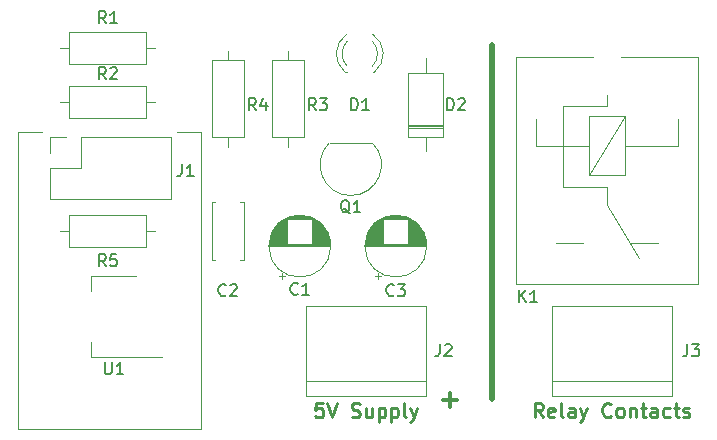
<source format=gto>
G04 #@! TF.GenerationSoftware,KiCad,Pcbnew,(5.1.6)-1*
G04 #@! TF.CreationDate,2020-10-10T20:49:59+03:00*
G04 #@! TF.ProjectId,eso,65736f2e-6b69-4636-9164-5f7063625858,rev?*
G04 #@! TF.SameCoordinates,Original*
G04 #@! TF.FileFunction,Legend,Top*
G04 #@! TF.FilePolarity,Positive*
%FSLAX46Y46*%
G04 Gerber Fmt 4.6, Leading zero omitted, Abs format (unit mm)*
G04 Created by KiCad (PCBNEW (5.1.6)-1) date 2020-10-10 20:49:59*
%MOMM*%
%LPD*%
G01*
G04 APERTURE LIST*
%ADD10C,0.300000*%
%ADD11C,0.500000*%
%ADD12C,0.250000*%
%ADD13C,0.120000*%
%ADD14C,0.160000*%
G04 APERTURE END LIST*
D10*
X112166476Y-100190285D02*
X113385523Y-100190285D01*
X112776000Y-100799809D02*
X112776000Y-99580761D01*
D11*
X116332000Y-70104000D02*
X116332000Y-100076000D01*
D12*
X120663428Y-101634857D02*
X120263428Y-101063428D01*
X119977714Y-101634857D02*
X119977714Y-100434857D01*
X120434857Y-100434857D01*
X120549142Y-100492000D01*
X120606285Y-100549142D01*
X120663428Y-100663428D01*
X120663428Y-100834857D01*
X120606285Y-100949142D01*
X120549142Y-101006285D01*
X120434857Y-101063428D01*
X119977714Y-101063428D01*
X121634857Y-101577714D02*
X121520571Y-101634857D01*
X121292000Y-101634857D01*
X121177714Y-101577714D01*
X121120571Y-101463428D01*
X121120571Y-101006285D01*
X121177714Y-100892000D01*
X121292000Y-100834857D01*
X121520571Y-100834857D01*
X121634857Y-100892000D01*
X121692000Y-101006285D01*
X121692000Y-101120571D01*
X121120571Y-101234857D01*
X122377714Y-101634857D02*
X122263428Y-101577714D01*
X122206285Y-101463428D01*
X122206285Y-100434857D01*
X123349142Y-101634857D02*
X123349142Y-101006285D01*
X123292000Y-100892000D01*
X123177714Y-100834857D01*
X122949142Y-100834857D01*
X122834857Y-100892000D01*
X123349142Y-101577714D02*
X123234857Y-101634857D01*
X122949142Y-101634857D01*
X122834857Y-101577714D01*
X122777714Y-101463428D01*
X122777714Y-101349142D01*
X122834857Y-101234857D01*
X122949142Y-101177714D01*
X123234857Y-101177714D01*
X123349142Y-101120571D01*
X123806285Y-100834857D02*
X124092000Y-101634857D01*
X124377714Y-100834857D02*
X124092000Y-101634857D01*
X123977714Y-101920571D01*
X123920571Y-101977714D01*
X123806285Y-102034857D01*
X126434857Y-101520571D02*
X126377714Y-101577714D01*
X126206285Y-101634857D01*
X126092000Y-101634857D01*
X125920571Y-101577714D01*
X125806285Y-101463428D01*
X125749142Y-101349142D01*
X125692000Y-101120571D01*
X125692000Y-100949142D01*
X125749142Y-100720571D01*
X125806285Y-100606285D01*
X125920571Y-100492000D01*
X126092000Y-100434857D01*
X126206285Y-100434857D01*
X126377714Y-100492000D01*
X126434857Y-100549142D01*
X127120571Y-101634857D02*
X127006285Y-101577714D01*
X126949142Y-101520571D01*
X126892000Y-101406285D01*
X126892000Y-101063428D01*
X126949142Y-100949142D01*
X127006285Y-100892000D01*
X127120571Y-100834857D01*
X127292000Y-100834857D01*
X127406285Y-100892000D01*
X127463428Y-100949142D01*
X127520571Y-101063428D01*
X127520571Y-101406285D01*
X127463428Y-101520571D01*
X127406285Y-101577714D01*
X127292000Y-101634857D01*
X127120571Y-101634857D01*
X128034857Y-100834857D02*
X128034857Y-101634857D01*
X128034857Y-100949142D02*
X128092000Y-100892000D01*
X128206285Y-100834857D01*
X128377714Y-100834857D01*
X128492000Y-100892000D01*
X128549142Y-101006285D01*
X128549142Y-101634857D01*
X128949142Y-100834857D02*
X129406285Y-100834857D01*
X129120571Y-100434857D02*
X129120571Y-101463428D01*
X129177714Y-101577714D01*
X129292000Y-101634857D01*
X129406285Y-101634857D01*
X130320571Y-101634857D02*
X130320571Y-101006285D01*
X130263428Y-100892000D01*
X130149142Y-100834857D01*
X129920571Y-100834857D01*
X129806285Y-100892000D01*
X130320571Y-101577714D02*
X130206285Y-101634857D01*
X129920571Y-101634857D01*
X129806285Y-101577714D01*
X129749142Y-101463428D01*
X129749142Y-101349142D01*
X129806285Y-101234857D01*
X129920571Y-101177714D01*
X130206285Y-101177714D01*
X130320571Y-101120571D01*
X131406285Y-101577714D02*
X131292000Y-101634857D01*
X131063428Y-101634857D01*
X130949142Y-101577714D01*
X130892000Y-101520571D01*
X130834857Y-101406285D01*
X130834857Y-101063428D01*
X130892000Y-100949142D01*
X130949142Y-100892000D01*
X131063428Y-100834857D01*
X131292000Y-100834857D01*
X131406285Y-100892000D01*
X131749142Y-100834857D02*
X132206285Y-100834857D01*
X131920571Y-100434857D02*
X131920571Y-101463428D01*
X131977714Y-101577714D01*
X132092000Y-101634857D01*
X132206285Y-101634857D01*
X132549142Y-101577714D02*
X132663428Y-101634857D01*
X132892000Y-101634857D01*
X133006285Y-101577714D01*
X133063428Y-101463428D01*
X133063428Y-101406285D01*
X133006285Y-101292000D01*
X132892000Y-101234857D01*
X132720571Y-101234857D01*
X132606285Y-101177714D01*
X132549142Y-101063428D01*
X132549142Y-101006285D01*
X132606285Y-100892000D01*
X132720571Y-100834857D01*
X132892000Y-100834857D01*
X133006285Y-100892000D01*
X102006857Y-100434857D02*
X101435428Y-100434857D01*
X101378285Y-101006285D01*
X101435428Y-100949142D01*
X101549714Y-100892000D01*
X101835428Y-100892000D01*
X101949714Y-100949142D01*
X102006857Y-101006285D01*
X102064000Y-101120571D01*
X102064000Y-101406285D01*
X102006857Y-101520571D01*
X101949714Y-101577714D01*
X101835428Y-101634857D01*
X101549714Y-101634857D01*
X101435428Y-101577714D01*
X101378285Y-101520571D01*
X102406857Y-100434857D02*
X102806857Y-101634857D01*
X103206857Y-100434857D01*
X104464000Y-101577714D02*
X104635428Y-101634857D01*
X104921142Y-101634857D01*
X105035428Y-101577714D01*
X105092571Y-101520571D01*
X105149714Y-101406285D01*
X105149714Y-101292000D01*
X105092571Y-101177714D01*
X105035428Y-101120571D01*
X104921142Y-101063428D01*
X104692571Y-101006285D01*
X104578285Y-100949142D01*
X104521142Y-100892000D01*
X104464000Y-100777714D01*
X104464000Y-100663428D01*
X104521142Y-100549142D01*
X104578285Y-100492000D01*
X104692571Y-100434857D01*
X104978285Y-100434857D01*
X105149714Y-100492000D01*
X106178285Y-100834857D02*
X106178285Y-101634857D01*
X105664000Y-100834857D02*
X105664000Y-101463428D01*
X105721142Y-101577714D01*
X105835428Y-101634857D01*
X106006857Y-101634857D01*
X106121142Y-101577714D01*
X106178285Y-101520571D01*
X106749714Y-100834857D02*
X106749714Y-102034857D01*
X106749714Y-100892000D02*
X106864000Y-100834857D01*
X107092571Y-100834857D01*
X107206857Y-100892000D01*
X107264000Y-100949142D01*
X107321142Y-101063428D01*
X107321142Y-101406285D01*
X107264000Y-101520571D01*
X107206857Y-101577714D01*
X107092571Y-101634857D01*
X106864000Y-101634857D01*
X106749714Y-101577714D01*
X107835428Y-100834857D02*
X107835428Y-102034857D01*
X107835428Y-100892000D02*
X107949714Y-100834857D01*
X108178285Y-100834857D01*
X108292571Y-100892000D01*
X108349714Y-100949142D01*
X108406857Y-101063428D01*
X108406857Y-101406285D01*
X108349714Y-101520571D01*
X108292571Y-101577714D01*
X108178285Y-101634857D01*
X107949714Y-101634857D01*
X107835428Y-101577714D01*
X109092571Y-101634857D02*
X108978285Y-101577714D01*
X108921142Y-101463428D01*
X108921142Y-100434857D01*
X109435428Y-100834857D02*
X109721142Y-101634857D01*
X110006857Y-100834857D02*
X109721142Y-101634857D01*
X109606857Y-101920571D01*
X109549714Y-101977714D01*
X109435428Y-102034857D01*
D13*
X103920000Y-72426000D02*
X104076000Y-72426000D01*
X106236000Y-72426000D02*
X106392000Y-72426000D01*
X106235837Y-69824870D02*
G75*
G02*
X106236000Y-71906961I-1079837J-1041130D01*
G01*
X104076163Y-69824870D02*
G75*
G03*
X104076000Y-71906961I1079837J-1041130D01*
G01*
X106234608Y-69193665D02*
G75*
G02*
X106391516Y-72426000I-1078608J-1672335D01*
G01*
X104077392Y-69193665D02*
G75*
G03*
X103920484Y-72426000I1078608J-1672335D01*
G01*
X95035000Y-83422000D02*
X95350000Y-83422000D01*
X92610000Y-83422000D02*
X92925000Y-83422000D01*
X95035000Y-88362000D02*
X95350000Y-88362000D01*
X92610000Y-88362000D02*
X92925000Y-88362000D01*
X95350000Y-88362000D02*
X95350000Y-83422000D01*
X92610000Y-88362000D02*
X92610000Y-83422000D01*
X91694000Y-102616000D02*
X76202000Y-102598000D01*
X78234000Y-77452000D02*
X76202000Y-77452000D01*
X76202000Y-77452000D02*
X76202000Y-102598000D01*
X89662000Y-77470000D02*
X91694000Y-77470000D01*
X91694000Y-77470000D02*
X91694000Y-102616000D01*
X78934000Y-83118000D02*
X78934000Y-80518000D01*
X78934000Y-83118000D02*
X89214000Y-83118000D01*
X89214000Y-83118000D02*
X89214000Y-77918000D01*
X81534000Y-77918000D02*
X89214000Y-77918000D01*
X81534000Y-80518000D02*
X81534000Y-77918000D01*
X78934000Y-80518000D02*
X81534000Y-80518000D01*
X78934000Y-77918000D02*
X80264000Y-77918000D01*
X78934000Y-79248000D02*
X78934000Y-77918000D01*
X88428000Y-96501000D02*
X82418000Y-96501000D01*
X86178000Y-89681000D02*
X82418000Y-89681000D01*
X82418000Y-96501000D02*
X82418000Y-95241000D01*
X82418000Y-89681000D02*
X82418000Y-90941000D01*
X87090000Y-87222000D02*
X87090000Y-84482000D01*
X87090000Y-84482000D02*
X80550000Y-84482000D01*
X80550000Y-84482000D02*
X80550000Y-87222000D01*
X80550000Y-87222000D02*
X87090000Y-87222000D01*
X87860000Y-85852000D02*
X87090000Y-85852000D01*
X79780000Y-85852000D02*
X80550000Y-85852000D01*
X93980000Y-78716000D02*
X93980000Y-77946000D01*
X93980000Y-70636000D02*
X93980000Y-71406000D01*
X95350000Y-77946000D02*
X95350000Y-71406000D01*
X92610000Y-77946000D02*
X95350000Y-77946000D01*
X92610000Y-71406000D02*
X92610000Y-77946000D01*
X95350000Y-71406000D02*
X92610000Y-71406000D01*
X100430000Y-71406000D02*
X97690000Y-71406000D01*
X97690000Y-71406000D02*
X97690000Y-77946000D01*
X97690000Y-77946000D02*
X100430000Y-77946000D01*
X100430000Y-77946000D02*
X100430000Y-71406000D01*
X99060000Y-70636000D02*
X99060000Y-71406000D01*
X99060000Y-78716000D02*
X99060000Y-77946000D01*
X80550000Y-73560000D02*
X80550000Y-76300000D01*
X80550000Y-76300000D02*
X87090000Y-76300000D01*
X87090000Y-76300000D02*
X87090000Y-73560000D01*
X87090000Y-73560000D02*
X80550000Y-73560000D01*
X79780000Y-74930000D02*
X80550000Y-74930000D01*
X87860000Y-74930000D02*
X87090000Y-74930000D01*
X80550000Y-68988000D02*
X80550000Y-71728000D01*
X80550000Y-71728000D02*
X87090000Y-71728000D01*
X87090000Y-71728000D02*
X87090000Y-68988000D01*
X87090000Y-68988000D02*
X80550000Y-68988000D01*
X79780000Y-70358000D02*
X80550000Y-70358000D01*
X87860000Y-70358000D02*
X87090000Y-70358000D01*
X106194000Y-78414000D02*
X102594000Y-78414000D01*
X102555522Y-78425522D02*
G75*
G03*
X104394000Y-82864000I1838478J-1838478D01*
G01*
X106232478Y-78425522D02*
G75*
G02*
X104394000Y-82864000I-1838478J-1838478D01*
G01*
X124880000Y-71168000D02*
X118380000Y-71168000D01*
X133780000Y-71168000D02*
X127280000Y-71168000D01*
X133780000Y-71168000D02*
X133780000Y-90368000D01*
X133780000Y-90368000D02*
X118380000Y-90368000D01*
X118380000Y-90368000D02*
X118380000Y-71168000D01*
X121780000Y-86868000D02*
X124080000Y-86868000D01*
X130380000Y-86868000D02*
X128080000Y-86868000D01*
X120080000Y-76368000D02*
X120080000Y-78668000D01*
X126080000Y-75268000D02*
X126080000Y-74368000D01*
X132080000Y-78668000D02*
X132080000Y-76368000D01*
X126080000Y-82168000D02*
X126080000Y-83668000D01*
X126080000Y-83668000D02*
X128780000Y-88168000D01*
X122380000Y-82168000D02*
X122380000Y-75268000D01*
X126080000Y-82168000D02*
X122380000Y-82168000D01*
X126080000Y-75268000D02*
X122380000Y-75268000D01*
X132080000Y-78668000D02*
X127580000Y-78668000D01*
X124580000Y-78668000D02*
X120080000Y-78668000D01*
X124580000Y-81168000D02*
X127580000Y-76168000D01*
X124580000Y-76168000D02*
X127580000Y-76168000D01*
X127580000Y-76168000D02*
X127580000Y-81168000D01*
X127580000Y-81168000D02*
X124580000Y-81168000D01*
X124580000Y-81168000D02*
X124580000Y-76168000D01*
X121412000Y-99822000D02*
X131572000Y-99822000D01*
X121412000Y-92202000D02*
X121412000Y-99822000D01*
X131572000Y-92202000D02*
X121412000Y-92202000D01*
X131572000Y-99822000D02*
X131572000Y-92202000D01*
X131572000Y-98552000D02*
X121412000Y-98552000D01*
X100584000Y-99822000D02*
X110744000Y-99822000D01*
X100584000Y-92202000D02*
X100584000Y-99822000D01*
X110744000Y-92202000D02*
X100584000Y-92202000D01*
X110744000Y-99822000D02*
X110744000Y-92202000D01*
X110744000Y-98552000D02*
X100584000Y-98552000D01*
X109274000Y-77124000D02*
X112214000Y-77124000D01*
X109274000Y-76884000D02*
X112214000Y-76884000D01*
X109274000Y-77004000D02*
X112214000Y-77004000D01*
X110744000Y-71244000D02*
X110744000Y-72464000D01*
X110744000Y-79124000D02*
X110744000Y-77904000D01*
X109274000Y-72464000D02*
X109274000Y-77904000D01*
X112214000Y-72464000D02*
X109274000Y-72464000D01*
X112214000Y-77904000D02*
X112214000Y-72464000D01*
X109274000Y-77904000D02*
X112214000Y-77904000D01*
X110824000Y-87142000D02*
G75*
G03*
X110824000Y-87142000I-2620000J0D01*
G01*
X105624000Y-87142000D02*
X110784000Y-87142000D01*
X105624000Y-87102000D02*
X110784000Y-87102000D01*
X105625000Y-87062000D02*
X110783000Y-87062000D01*
X105626000Y-87022000D02*
X110782000Y-87022000D01*
X105628000Y-86982000D02*
X110780000Y-86982000D01*
X105631000Y-86942000D02*
X110777000Y-86942000D01*
X105635000Y-86902000D02*
X107164000Y-86902000D01*
X109244000Y-86902000D02*
X110773000Y-86902000D01*
X105639000Y-86862000D02*
X107164000Y-86862000D01*
X109244000Y-86862000D02*
X110769000Y-86862000D01*
X105643000Y-86822000D02*
X107164000Y-86822000D01*
X109244000Y-86822000D02*
X110765000Y-86822000D01*
X105648000Y-86782000D02*
X107164000Y-86782000D01*
X109244000Y-86782000D02*
X110760000Y-86782000D01*
X105654000Y-86742000D02*
X107164000Y-86742000D01*
X109244000Y-86742000D02*
X110754000Y-86742000D01*
X105661000Y-86702000D02*
X107164000Y-86702000D01*
X109244000Y-86702000D02*
X110747000Y-86702000D01*
X105668000Y-86662000D02*
X107164000Y-86662000D01*
X109244000Y-86662000D02*
X110740000Y-86662000D01*
X105676000Y-86622000D02*
X107164000Y-86622000D01*
X109244000Y-86622000D02*
X110732000Y-86622000D01*
X105684000Y-86582000D02*
X107164000Y-86582000D01*
X109244000Y-86582000D02*
X110724000Y-86582000D01*
X105693000Y-86542000D02*
X107164000Y-86542000D01*
X109244000Y-86542000D02*
X110715000Y-86542000D01*
X105703000Y-86502000D02*
X107164000Y-86502000D01*
X109244000Y-86502000D02*
X110705000Y-86502000D01*
X105713000Y-86462000D02*
X107164000Y-86462000D01*
X109244000Y-86462000D02*
X110695000Y-86462000D01*
X105724000Y-86421000D02*
X107164000Y-86421000D01*
X109244000Y-86421000D02*
X110684000Y-86421000D01*
X105736000Y-86381000D02*
X107164000Y-86381000D01*
X109244000Y-86381000D02*
X110672000Y-86381000D01*
X105749000Y-86341000D02*
X107164000Y-86341000D01*
X109244000Y-86341000D02*
X110659000Y-86341000D01*
X105762000Y-86301000D02*
X107164000Y-86301000D01*
X109244000Y-86301000D02*
X110646000Y-86301000D01*
X105776000Y-86261000D02*
X107164000Y-86261000D01*
X109244000Y-86261000D02*
X110632000Y-86261000D01*
X105790000Y-86221000D02*
X107164000Y-86221000D01*
X109244000Y-86221000D02*
X110618000Y-86221000D01*
X105806000Y-86181000D02*
X107164000Y-86181000D01*
X109244000Y-86181000D02*
X110602000Y-86181000D01*
X105822000Y-86141000D02*
X107164000Y-86141000D01*
X109244000Y-86141000D02*
X110586000Y-86141000D01*
X105839000Y-86101000D02*
X107164000Y-86101000D01*
X109244000Y-86101000D02*
X110569000Y-86101000D01*
X105856000Y-86061000D02*
X107164000Y-86061000D01*
X109244000Y-86061000D02*
X110552000Y-86061000D01*
X105875000Y-86021000D02*
X107164000Y-86021000D01*
X109244000Y-86021000D02*
X110533000Y-86021000D01*
X105894000Y-85981000D02*
X107164000Y-85981000D01*
X109244000Y-85981000D02*
X110514000Y-85981000D01*
X105914000Y-85941000D02*
X107164000Y-85941000D01*
X109244000Y-85941000D02*
X110494000Y-85941000D01*
X105936000Y-85901000D02*
X107164000Y-85901000D01*
X109244000Y-85901000D02*
X110472000Y-85901000D01*
X105957000Y-85861000D02*
X107164000Y-85861000D01*
X109244000Y-85861000D02*
X110451000Y-85861000D01*
X105980000Y-85821000D02*
X107164000Y-85821000D01*
X109244000Y-85821000D02*
X110428000Y-85821000D01*
X106004000Y-85781000D02*
X107164000Y-85781000D01*
X109244000Y-85781000D02*
X110404000Y-85781000D01*
X106029000Y-85741000D02*
X107164000Y-85741000D01*
X109244000Y-85741000D02*
X110379000Y-85741000D01*
X106055000Y-85701000D02*
X107164000Y-85701000D01*
X109244000Y-85701000D02*
X110353000Y-85701000D01*
X106082000Y-85661000D02*
X107164000Y-85661000D01*
X109244000Y-85661000D02*
X110326000Y-85661000D01*
X106109000Y-85621000D02*
X107164000Y-85621000D01*
X109244000Y-85621000D02*
X110299000Y-85621000D01*
X106139000Y-85581000D02*
X107164000Y-85581000D01*
X109244000Y-85581000D02*
X110269000Y-85581000D01*
X106169000Y-85541000D02*
X107164000Y-85541000D01*
X109244000Y-85541000D02*
X110239000Y-85541000D01*
X106200000Y-85501000D02*
X107164000Y-85501000D01*
X109244000Y-85501000D02*
X110208000Y-85501000D01*
X106233000Y-85461000D02*
X107164000Y-85461000D01*
X109244000Y-85461000D02*
X110175000Y-85461000D01*
X106267000Y-85421000D02*
X107164000Y-85421000D01*
X109244000Y-85421000D02*
X110141000Y-85421000D01*
X106303000Y-85381000D02*
X107164000Y-85381000D01*
X109244000Y-85381000D02*
X110105000Y-85381000D01*
X106340000Y-85341000D02*
X107164000Y-85341000D01*
X109244000Y-85341000D02*
X110068000Y-85341000D01*
X106378000Y-85301000D02*
X107164000Y-85301000D01*
X109244000Y-85301000D02*
X110030000Y-85301000D01*
X106419000Y-85261000D02*
X107164000Y-85261000D01*
X109244000Y-85261000D02*
X109989000Y-85261000D01*
X106461000Y-85221000D02*
X107164000Y-85221000D01*
X109244000Y-85221000D02*
X109947000Y-85221000D01*
X106505000Y-85181000D02*
X107164000Y-85181000D01*
X109244000Y-85181000D02*
X109903000Y-85181000D01*
X106551000Y-85141000D02*
X107164000Y-85141000D01*
X109244000Y-85141000D02*
X109857000Y-85141000D01*
X106599000Y-85101000D02*
X107164000Y-85101000D01*
X109244000Y-85101000D02*
X109809000Y-85101000D01*
X106650000Y-85061000D02*
X107164000Y-85061000D01*
X109244000Y-85061000D02*
X109758000Y-85061000D01*
X106704000Y-85021000D02*
X107164000Y-85021000D01*
X109244000Y-85021000D02*
X109704000Y-85021000D01*
X106761000Y-84981000D02*
X107164000Y-84981000D01*
X109244000Y-84981000D02*
X109647000Y-84981000D01*
X106821000Y-84941000D02*
X107164000Y-84941000D01*
X109244000Y-84941000D02*
X109587000Y-84941000D01*
X106885000Y-84901000D02*
X107164000Y-84901000D01*
X109244000Y-84901000D02*
X109523000Y-84901000D01*
X106953000Y-84861000D02*
X107164000Y-84861000D01*
X109244000Y-84861000D02*
X109455000Y-84861000D01*
X107026000Y-84821000D02*
X109382000Y-84821000D01*
X107106000Y-84781000D02*
X109302000Y-84781000D01*
X107193000Y-84741000D02*
X109215000Y-84741000D01*
X107289000Y-84701000D02*
X109119000Y-84701000D01*
X107399000Y-84661000D02*
X109009000Y-84661000D01*
X107527000Y-84621000D02*
X108881000Y-84621000D01*
X107686000Y-84581000D02*
X108722000Y-84581000D01*
X107920000Y-84541000D02*
X108488000Y-84541000D01*
X106729000Y-89946775D02*
X106729000Y-89446775D01*
X106479000Y-89696775D02*
X106979000Y-89696775D01*
X98351000Y-89696775D02*
X98851000Y-89696775D01*
X98601000Y-89946775D02*
X98601000Y-89446775D01*
X99792000Y-84541000D02*
X100360000Y-84541000D01*
X99558000Y-84581000D02*
X100594000Y-84581000D01*
X99399000Y-84621000D02*
X100753000Y-84621000D01*
X99271000Y-84661000D02*
X100881000Y-84661000D01*
X99161000Y-84701000D02*
X100991000Y-84701000D01*
X99065000Y-84741000D02*
X101087000Y-84741000D01*
X98978000Y-84781000D02*
X101174000Y-84781000D01*
X98898000Y-84821000D02*
X101254000Y-84821000D01*
X101116000Y-84861000D02*
X101327000Y-84861000D01*
X98825000Y-84861000D02*
X99036000Y-84861000D01*
X101116000Y-84901000D02*
X101395000Y-84901000D01*
X98757000Y-84901000D02*
X99036000Y-84901000D01*
X101116000Y-84941000D02*
X101459000Y-84941000D01*
X98693000Y-84941000D02*
X99036000Y-84941000D01*
X101116000Y-84981000D02*
X101519000Y-84981000D01*
X98633000Y-84981000D02*
X99036000Y-84981000D01*
X101116000Y-85021000D02*
X101576000Y-85021000D01*
X98576000Y-85021000D02*
X99036000Y-85021000D01*
X101116000Y-85061000D02*
X101630000Y-85061000D01*
X98522000Y-85061000D02*
X99036000Y-85061000D01*
X101116000Y-85101000D02*
X101681000Y-85101000D01*
X98471000Y-85101000D02*
X99036000Y-85101000D01*
X101116000Y-85141000D02*
X101729000Y-85141000D01*
X98423000Y-85141000D02*
X99036000Y-85141000D01*
X101116000Y-85181000D02*
X101775000Y-85181000D01*
X98377000Y-85181000D02*
X99036000Y-85181000D01*
X101116000Y-85221000D02*
X101819000Y-85221000D01*
X98333000Y-85221000D02*
X99036000Y-85221000D01*
X101116000Y-85261000D02*
X101861000Y-85261000D01*
X98291000Y-85261000D02*
X99036000Y-85261000D01*
X101116000Y-85301000D02*
X101902000Y-85301000D01*
X98250000Y-85301000D02*
X99036000Y-85301000D01*
X101116000Y-85341000D02*
X101940000Y-85341000D01*
X98212000Y-85341000D02*
X99036000Y-85341000D01*
X101116000Y-85381000D02*
X101977000Y-85381000D01*
X98175000Y-85381000D02*
X99036000Y-85381000D01*
X101116000Y-85421000D02*
X102013000Y-85421000D01*
X98139000Y-85421000D02*
X99036000Y-85421000D01*
X101116000Y-85461000D02*
X102047000Y-85461000D01*
X98105000Y-85461000D02*
X99036000Y-85461000D01*
X101116000Y-85501000D02*
X102080000Y-85501000D01*
X98072000Y-85501000D02*
X99036000Y-85501000D01*
X101116000Y-85541000D02*
X102111000Y-85541000D01*
X98041000Y-85541000D02*
X99036000Y-85541000D01*
X101116000Y-85581000D02*
X102141000Y-85581000D01*
X98011000Y-85581000D02*
X99036000Y-85581000D01*
X101116000Y-85621000D02*
X102171000Y-85621000D01*
X97981000Y-85621000D02*
X99036000Y-85621000D01*
X101116000Y-85661000D02*
X102198000Y-85661000D01*
X97954000Y-85661000D02*
X99036000Y-85661000D01*
X101116000Y-85701000D02*
X102225000Y-85701000D01*
X97927000Y-85701000D02*
X99036000Y-85701000D01*
X101116000Y-85741000D02*
X102251000Y-85741000D01*
X97901000Y-85741000D02*
X99036000Y-85741000D01*
X101116000Y-85781000D02*
X102276000Y-85781000D01*
X97876000Y-85781000D02*
X99036000Y-85781000D01*
X101116000Y-85821000D02*
X102300000Y-85821000D01*
X97852000Y-85821000D02*
X99036000Y-85821000D01*
X101116000Y-85861000D02*
X102323000Y-85861000D01*
X97829000Y-85861000D02*
X99036000Y-85861000D01*
X101116000Y-85901000D02*
X102344000Y-85901000D01*
X97808000Y-85901000D02*
X99036000Y-85901000D01*
X101116000Y-85941000D02*
X102366000Y-85941000D01*
X97786000Y-85941000D02*
X99036000Y-85941000D01*
X101116000Y-85981000D02*
X102386000Y-85981000D01*
X97766000Y-85981000D02*
X99036000Y-85981000D01*
X101116000Y-86021000D02*
X102405000Y-86021000D01*
X97747000Y-86021000D02*
X99036000Y-86021000D01*
X101116000Y-86061000D02*
X102424000Y-86061000D01*
X97728000Y-86061000D02*
X99036000Y-86061000D01*
X101116000Y-86101000D02*
X102441000Y-86101000D01*
X97711000Y-86101000D02*
X99036000Y-86101000D01*
X101116000Y-86141000D02*
X102458000Y-86141000D01*
X97694000Y-86141000D02*
X99036000Y-86141000D01*
X101116000Y-86181000D02*
X102474000Y-86181000D01*
X97678000Y-86181000D02*
X99036000Y-86181000D01*
X101116000Y-86221000D02*
X102490000Y-86221000D01*
X97662000Y-86221000D02*
X99036000Y-86221000D01*
X101116000Y-86261000D02*
X102504000Y-86261000D01*
X97648000Y-86261000D02*
X99036000Y-86261000D01*
X101116000Y-86301000D02*
X102518000Y-86301000D01*
X97634000Y-86301000D02*
X99036000Y-86301000D01*
X101116000Y-86341000D02*
X102531000Y-86341000D01*
X97621000Y-86341000D02*
X99036000Y-86341000D01*
X101116000Y-86381000D02*
X102544000Y-86381000D01*
X97608000Y-86381000D02*
X99036000Y-86381000D01*
X101116000Y-86421000D02*
X102556000Y-86421000D01*
X97596000Y-86421000D02*
X99036000Y-86421000D01*
X101116000Y-86462000D02*
X102567000Y-86462000D01*
X97585000Y-86462000D02*
X99036000Y-86462000D01*
X101116000Y-86502000D02*
X102577000Y-86502000D01*
X97575000Y-86502000D02*
X99036000Y-86502000D01*
X101116000Y-86542000D02*
X102587000Y-86542000D01*
X97565000Y-86542000D02*
X99036000Y-86542000D01*
X101116000Y-86582000D02*
X102596000Y-86582000D01*
X97556000Y-86582000D02*
X99036000Y-86582000D01*
X101116000Y-86622000D02*
X102604000Y-86622000D01*
X97548000Y-86622000D02*
X99036000Y-86622000D01*
X101116000Y-86662000D02*
X102612000Y-86662000D01*
X97540000Y-86662000D02*
X99036000Y-86662000D01*
X101116000Y-86702000D02*
X102619000Y-86702000D01*
X97533000Y-86702000D02*
X99036000Y-86702000D01*
X101116000Y-86742000D02*
X102626000Y-86742000D01*
X97526000Y-86742000D02*
X99036000Y-86742000D01*
X101116000Y-86782000D02*
X102632000Y-86782000D01*
X97520000Y-86782000D02*
X99036000Y-86782000D01*
X101116000Y-86822000D02*
X102637000Y-86822000D01*
X97515000Y-86822000D02*
X99036000Y-86822000D01*
X101116000Y-86862000D02*
X102641000Y-86862000D01*
X97511000Y-86862000D02*
X99036000Y-86862000D01*
X101116000Y-86902000D02*
X102645000Y-86902000D01*
X97507000Y-86902000D02*
X99036000Y-86902000D01*
X97503000Y-86942000D02*
X102649000Y-86942000D01*
X97500000Y-86982000D02*
X102652000Y-86982000D01*
X97498000Y-87022000D02*
X102654000Y-87022000D01*
X97497000Y-87062000D02*
X102655000Y-87062000D01*
X97496000Y-87102000D02*
X102656000Y-87102000D01*
X97496000Y-87142000D02*
X102656000Y-87142000D01*
X102696000Y-87142000D02*
G75*
G03*
X102696000Y-87142000I-2620000J0D01*
G01*
D14*
X104417904Y-75636380D02*
X104417904Y-74636380D01*
X104656000Y-74636380D01*
X104798857Y-74684000D01*
X104894095Y-74779238D01*
X104941714Y-74874476D01*
X104989333Y-75064952D01*
X104989333Y-75207809D01*
X104941714Y-75398285D01*
X104894095Y-75493523D01*
X104798857Y-75588761D01*
X104656000Y-75636380D01*
X104417904Y-75636380D01*
X105941714Y-75636380D02*
X105370285Y-75636380D01*
X105656000Y-75636380D02*
X105656000Y-74636380D01*
X105560761Y-74779238D01*
X105465523Y-74874476D01*
X105370285Y-74922095D01*
X93813333Y-91289142D02*
X93765714Y-91336761D01*
X93622857Y-91384380D01*
X93527619Y-91384380D01*
X93384761Y-91336761D01*
X93289523Y-91241523D01*
X93241904Y-91146285D01*
X93194285Y-90955809D01*
X93194285Y-90812952D01*
X93241904Y-90622476D01*
X93289523Y-90527238D01*
X93384761Y-90432000D01*
X93527619Y-90384380D01*
X93622857Y-90384380D01*
X93765714Y-90432000D01*
X93813333Y-90479619D01*
X94194285Y-90479619D02*
X94241904Y-90432000D01*
X94337142Y-90384380D01*
X94575238Y-90384380D01*
X94670476Y-90432000D01*
X94718095Y-90479619D01*
X94765714Y-90574857D01*
X94765714Y-90670095D01*
X94718095Y-90812952D01*
X94146666Y-91384380D01*
X94765714Y-91384380D01*
X90090666Y-80224380D02*
X90090666Y-80938666D01*
X90043047Y-81081523D01*
X89947809Y-81176761D01*
X89804952Y-81224380D01*
X89709714Y-81224380D01*
X91090666Y-81224380D02*
X90519238Y-81224380D01*
X90804952Y-81224380D02*
X90804952Y-80224380D01*
X90709714Y-80367238D01*
X90614476Y-80462476D01*
X90519238Y-80510095D01*
X83566095Y-96988380D02*
X83566095Y-97797904D01*
X83613714Y-97893142D01*
X83661333Y-97940761D01*
X83756571Y-97988380D01*
X83947047Y-97988380D01*
X84042285Y-97940761D01*
X84089904Y-97893142D01*
X84137523Y-97797904D01*
X84137523Y-96988380D01*
X85137523Y-97988380D02*
X84566095Y-97988380D01*
X84851809Y-97988380D02*
X84851809Y-96988380D01*
X84756571Y-97131238D01*
X84661333Y-97226476D01*
X84566095Y-97274095D01*
X83653333Y-88844380D02*
X83320000Y-88368190D01*
X83081904Y-88844380D02*
X83081904Y-87844380D01*
X83462857Y-87844380D01*
X83558095Y-87892000D01*
X83605714Y-87939619D01*
X83653333Y-88034857D01*
X83653333Y-88177714D01*
X83605714Y-88272952D01*
X83558095Y-88320571D01*
X83462857Y-88368190D01*
X83081904Y-88368190D01*
X84558095Y-87844380D02*
X84081904Y-87844380D01*
X84034285Y-88320571D01*
X84081904Y-88272952D01*
X84177142Y-88225333D01*
X84415238Y-88225333D01*
X84510476Y-88272952D01*
X84558095Y-88320571D01*
X84605714Y-88415809D01*
X84605714Y-88653904D01*
X84558095Y-88749142D01*
X84510476Y-88796761D01*
X84415238Y-88844380D01*
X84177142Y-88844380D01*
X84081904Y-88796761D01*
X84034285Y-88749142D01*
X96353333Y-75636380D02*
X96020000Y-75160190D01*
X95781904Y-75636380D02*
X95781904Y-74636380D01*
X96162857Y-74636380D01*
X96258095Y-74684000D01*
X96305714Y-74731619D01*
X96353333Y-74826857D01*
X96353333Y-74969714D01*
X96305714Y-75064952D01*
X96258095Y-75112571D01*
X96162857Y-75160190D01*
X95781904Y-75160190D01*
X97210476Y-74969714D02*
X97210476Y-75636380D01*
X96972380Y-74588761D02*
X96734285Y-75303047D01*
X97353333Y-75303047D01*
X101433333Y-75636380D02*
X101100000Y-75160190D01*
X100861904Y-75636380D02*
X100861904Y-74636380D01*
X101242857Y-74636380D01*
X101338095Y-74684000D01*
X101385714Y-74731619D01*
X101433333Y-74826857D01*
X101433333Y-74969714D01*
X101385714Y-75064952D01*
X101338095Y-75112571D01*
X101242857Y-75160190D01*
X100861904Y-75160190D01*
X101766666Y-74636380D02*
X102385714Y-74636380D01*
X102052380Y-75017333D01*
X102195238Y-75017333D01*
X102290476Y-75064952D01*
X102338095Y-75112571D01*
X102385714Y-75207809D01*
X102385714Y-75445904D01*
X102338095Y-75541142D01*
X102290476Y-75588761D01*
X102195238Y-75636380D01*
X101909523Y-75636380D01*
X101814285Y-75588761D01*
X101766666Y-75541142D01*
X83653333Y-73012380D02*
X83320000Y-72536190D01*
X83081904Y-73012380D02*
X83081904Y-72012380D01*
X83462857Y-72012380D01*
X83558095Y-72060000D01*
X83605714Y-72107619D01*
X83653333Y-72202857D01*
X83653333Y-72345714D01*
X83605714Y-72440952D01*
X83558095Y-72488571D01*
X83462857Y-72536190D01*
X83081904Y-72536190D01*
X84034285Y-72107619D02*
X84081904Y-72060000D01*
X84177142Y-72012380D01*
X84415238Y-72012380D01*
X84510476Y-72060000D01*
X84558095Y-72107619D01*
X84605714Y-72202857D01*
X84605714Y-72298095D01*
X84558095Y-72440952D01*
X83986666Y-73012380D01*
X84605714Y-73012380D01*
X83653333Y-68270380D02*
X83320000Y-67794190D01*
X83081904Y-68270380D02*
X83081904Y-67270380D01*
X83462857Y-67270380D01*
X83558095Y-67318000D01*
X83605714Y-67365619D01*
X83653333Y-67460857D01*
X83653333Y-67603714D01*
X83605714Y-67698952D01*
X83558095Y-67746571D01*
X83462857Y-67794190D01*
X83081904Y-67794190D01*
X84605714Y-68270380D02*
X84034285Y-68270380D01*
X84320000Y-68270380D02*
X84320000Y-67270380D01*
X84224761Y-67413238D01*
X84129523Y-67508476D01*
X84034285Y-67556095D01*
X104298761Y-84367619D02*
X104203523Y-84320000D01*
X104108285Y-84224761D01*
X103965428Y-84081904D01*
X103870190Y-84034285D01*
X103774952Y-84034285D01*
X103822571Y-84272380D02*
X103727333Y-84224761D01*
X103632095Y-84129523D01*
X103584476Y-83939047D01*
X103584476Y-83605714D01*
X103632095Y-83415238D01*
X103727333Y-83320000D01*
X103822571Y-83272380D01*
X104013047Y-83272380D01*
X104108285Y-83320000D01*
X104203523Y-83415238D01*
X104251142Y-83605714D01*
X104251142Y-83939047D01*
X104203523Y-84129523D01*
X104108285Y-84224761D01*
X104013047Y-84272380D01*
X103822571Y-84272380D01*
X105203523Y-84272380D02*
X104632095Y-84272380D01*
X104917809Y-84272380D02*
X104917809Y-83272380D01*
X104822571Y-83415238D01*
X104727333Y-83510476D01*
X104632095Y-83558095D01*
X118641904Y-91892380D02*
X118641904Y-90892380D01*
X119213333Y-91892380D02*
X118784761Y-91320952D01*
X119213333Y-90892380D02*
X118641904Y-91463809D01*
X120165714Y-91892380D02*
X119594285Y-91892380D01*
X119880000Y-91892380D02*
X119880000Y-90892380D01*
X119784761Y-91035238D01*
X119689523Y-91130476D01*
X119594285Y-91178095D01*
X132889666Y-95464380D02*
X132889666Y-96178666D01*
X132842047Y-96321523D01*
X132746809Y-96416761D01*
X132603952Y-96464380D01*
X132508714Y-96464380D01*
X133270619Y-95464380D02*
X133889666Y-95464380D01*
X133556333Y-95845333D01*
X133699190Y-95845333D01*
X133794428Y-95892952D01*
X133842047Y-95940571D01*
X133889666Y-96035809D01*
X133889666Y-96273904D01*
X133842047Y-96369142D01*
X133794428Y-96416761D01*
X133699190Y-96464380D01*
X133413476Y-96464380D01*
X133318238Y-96416761D01*
X133270619Y-96369142D01*
X111934666Y-95464380D02*
X111934666Y-96178666D01*
X111887047Y-96321523D01*
X111791809Y-96416761D01*
X111648952Y-96464380D01*
X111553714Y-96464380D01*
X112363238Y-95559619D02*
X112410857Y-95512000D01*
X112506095Y-95464380D01*
X112744190Y-95464380D01*
X112839428Y-95512000D01*
X112887047Y-95559619D01*
X112934666Y-95654857D01*
X112934666Y-95750095D01*
X112887047Y-95892952D01*
X112315619Y-96464380D01*
X112934666Y-96464380D01*
X112545904Y-75636380D02*
X112545904Y-74636380D01*
X112784000Y-74636380D01*
X112926857Y-74684000D01*
X113022095Y-74779238D01*
X113069714Y-74874476D01*
X113117333Y-75064952D01*
X113117333Y-75207809D01*
X113069714Y-75398285D01*
X113022095Y-75493523D01*
X112926857Y-75588761D01*
X112784000Y-75636380D01*
X112545904Y-75636380D01*
X113498285Y-74731619D02*
X113545904Y-74684000D01*
X113641142Y-74636380D01*
X113879238Y-74636380D01*
X113974476Y-74684000D01*
X114022095Y-74731619D01*
X114069714Y-74826857D01*
X114069714Y-74922095D01*
X114022095Y-75064952D01*
X113450666Y-75636380D01*
X114069714Y-75636380D01*
X108037333Y-91289142D02*
X107989714Y-91336761D01*
X107846857Y-91384380D01*
X107751619Y-91384380D01*
X107608761Y-91336761D01*
X107513523Y-91241523D01*
X107465904Y-91146285D01*
X107418285Y-90955809D01*
X107418285Y-90812952D01*
X107465904Y-90622476D01*
X107513523Y-90527238D01*
X107608761Y-90432000D01*
X107751619Y-90384380D01*
X107846857Y-90384380D01*
X107989714Y-90432000D01*
X108037333Y-90479619D01*
X108370666Y-90384380D02*
X108989714Y-90384380D01*
X108656380Y-90765333D01*
X108799238Y-90765333D01*
X108894476Y-90812952D01*
X108942095Y-90860571D01*
X108989714Y-90955809D01*
X108989714Y-91193904D01*
X108942095Y-91289142D01*
X108894476Y-91336761D01*
X108799238Y-91384380D01*
X108513523Y-91384380D01*
X108418285Y-91336761D01*
X108370666Y-91289142D01*
X99909333Y-91162142D02*
X99861714Y-91209761D01*
X99718857Y-91257380D01*
X99623619Y-91257380D01*
X99480761Y-91209761D01*
X99385523Y-91114523D01*
X99337904Y-91019285D01*
X99290285Y-90828809D01*
X99290285Y-90685952D01*
X99337904Y-90495476D01*
X99385523Y-90400238D01*
X99480761Y-90305000D01*
X99623619Y-90257380D01*
X99718857Y-90257380D01*
X99861714Y-90305000D01*
X99909333Y-90352619D01*
X100861714Y-91257380D02*
X100290285Y-91257380D01*
X100576000Y-91257380D02*
X100576000Y-90257380D01*
X100480761Y-90400238D01*
X100385523Y-90495476D01*
X100290285Y-90543095D01*
M02*

</source>
